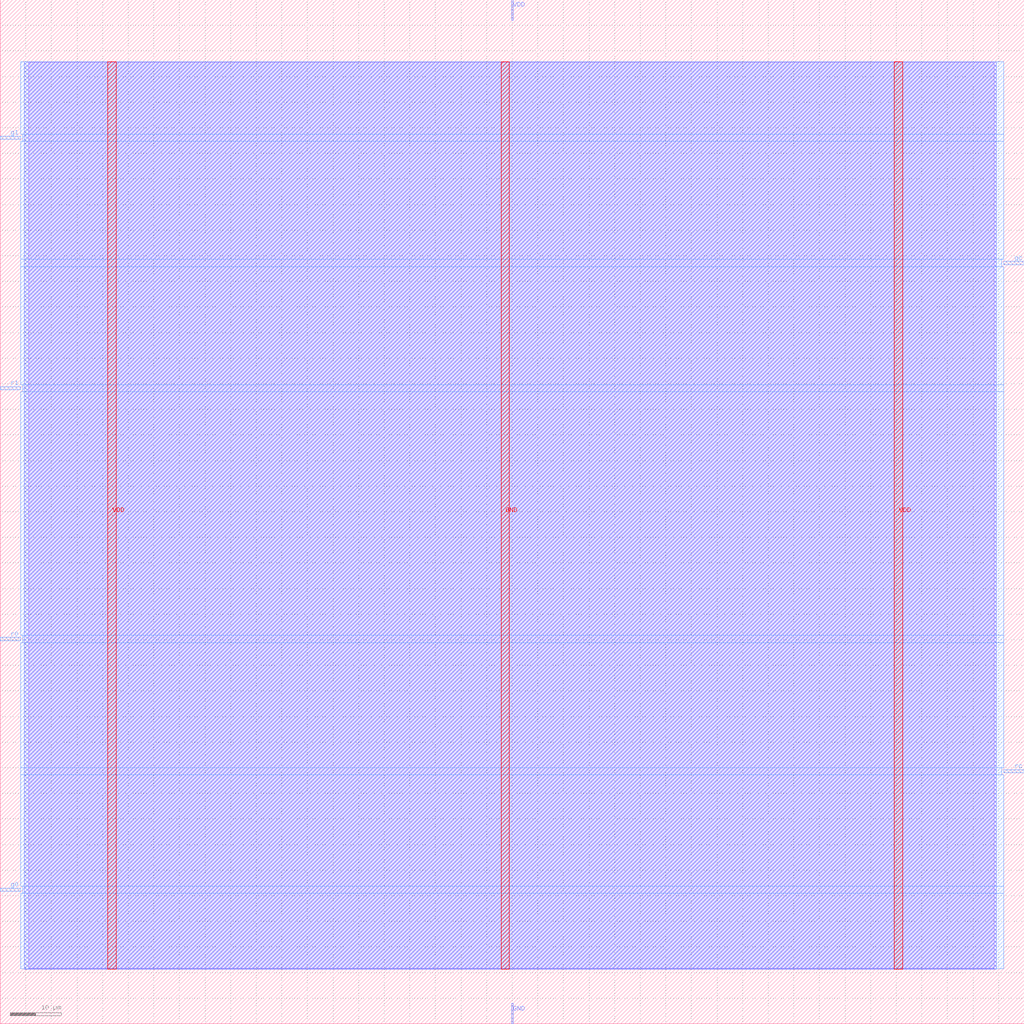
<source format=lef>
VERSION 5.7 ;
  NOWIREEXTENSIONATPIN ON ;
  DIVIDERCHAR "/" ;
  BUSBITCHARS "[]" ;
MACRO arbiter_cell_two_bits_fc
  CLASS BLOCK ;
  FOREIGN arbiter_cell_two_bits_fc ;
  ORIGIN 0.000 0.000 ;
  SIZE 200.000 BY 200.000 ;
  PIN GND
    DIRECTION INPUT ;
    USE SIGNAL ;
    PORT
      LAYER met2 ;
        RECT 99.910 0.000 100.190 4.000 ;
    END
    PORT
      LAYER met4 ;
        RECT 97.840 10.640 99.440 187.920 ;
    END
  END GND
  PIN VDD
    DIRECTION INPUT ;
    USE SIGNAL ;
    PORT
      LAYER met2 ;
        RECT 99.910 196.000 100.190 200.000 ;
    END
    PORT
      LAYER met4 ;
        RECT 21.040 10.640 22.640 187.920 ;
    END
    PORT
      LAYER met4 ;
        RECT 174.640 10.640 176.240 187.920 ;
    END
  END VDD
  PIN g0
    DIRECTION OUTPUT TRISTATE ;
    USE SIGNAL ;
    ANTENNADIFFAREA 0.795200 ;
    PORT
      LAYER met3 ;
        RECT 0.000 25.880 4.000 26.480 ;
    END
  END g0
  PIN g1
    DIRECTION OUTPUT TRISTATE ;
    USE SIGNAL ;
    ANTENNADIFFAREA 0.795200 ;
    PORT
      LAYER met3 ;
        RECT 0.000 172.760 4.000 173.360 ;
    END
  END g1
  PIN gc
    DIRECTION INPUT ;
    USE SIGNAL ;
    ANTENNAGATEAREA 0.159000 ;
    PORT
      LAYER met3 ;
        RECT 196.000 148.280 200.000 148.880 ;
    END
  END gc
  PIN r0
    DIRECTION INPUT ;
    USE SIGNAL ;
    ANTENNAGATEAREA 0.196500 ;
    PORT
      LAYER met3 ;
        RECT 0.000 74.840 4.000 75.440 ;
    END
  END r0
  PIN r1
    DIRECTION INPUT ;
    USE SIGNAL ;
    ANTENNAGATEAREA 0.196500 ;
    PORT
      LAYER met3 ;
        RECT 0.000 123.800 4.000 124.400 ;
    END
  END r1
  PIN rc
    DIRECTION OUTPUT TRISTATE ;
    USE SIGNAL ;
    ANTENNADIFFAREA 0.795200 ;
    PORT
      LAYER met3 ;
        RECT 196.000 49.000 200.000 49.600 ;
    END
  END rc
  OBS
      LAYER li1 ;
        RECT 5.520 10.795 194.120 187.765 ;
      LAYER met1 ;
        RECT 4.670 10.640 194.510 187.920 ;
      LAYER met2 ;
        RECT 4.690 10.695 194.490 187.865 ;
      LAYER met3 ;
        RECT 3.990 173.760 196.000 187.845 ;
        RECT 4.400 172.360 196.000 173.760 ;
        RECT 3.990 149.280 196.000 172.360 ;
        RECT 3.990 147.880 195.600 149.280 ;
        RECT 3.990 124.800 196.000 147.880 ;
        RECT 4.400 123.400 196.000 124.800 ;
        RECT 3.990 75.840 196.000 123.400 ;
        RECT 4.400 74.440 196.000 75.840 ;
        RECT 3.990 50.000 196.000 74.440 ;
        RECT 3.990 48.600 195.600 50.000 ;
        RECT 3.990 26.880 196.000 48.600 ;
        RECT 4.400 25.480 196.000 26.880 ;
        RECT 3.990 10.715 196.000 25.480 ;
  END
END arbiter_cell_two_bits_fc
END LIBRARY


</source>
